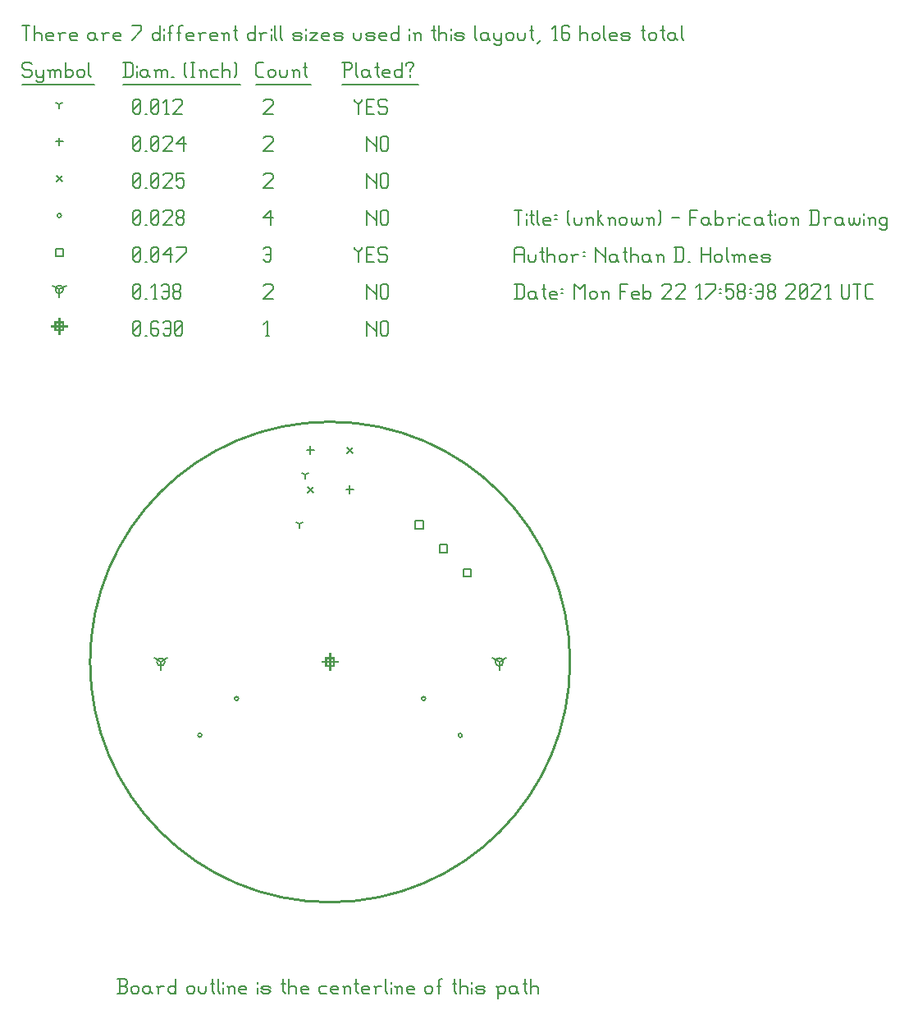
<source format=gbr>
G04 start of page 13 for group -3984 idx -3984 *
G04 Title: (unknown), fab *
G04 Creator: pcb 4.0.2 *
G04 CreationDate: Mon Feb 22 17:58:38 2021 UTC *
G04 For: ndholmes *
G04 Format: Gerber/RS-274X *
G04 PCB-Dimensions (mil): 2500.00 2500.00 *
G04 PCB-Coordinate-Origin: lower left *
%MOIN*%
%FSLAX25Y25*%
%LNFAB*%
%ADD68C,0.0100*%
%ADD67C,0.0060*%
%ADD66R,0.0080X0.0080*%
G54D66*X125000Y128200D02*Y121800D01*
X121800Y125000D02*X128200D01*
X123400Y126600D02*X126600D01*
X123400D02*Y123400D01*
X126600D01*
Y126600D02*Y123400D01*
X15000Y264450D02*Y258050D01*
X11800Y261250D02*X18200D01*
X13400Y262850D02*X16600D01*
X13400D02*Y259650D01*
X16600D01*
Y262850D02*Y259650D01*
G54D67*X140000Y263500D02*Y257500D01*
Y263500D02*Y262750D01*
X143750Y259000D01*
Y263500D02*Y257500D01*
X145550Y262750D02*Y258250D01*
Y262750D02*X146300Y263500D01*
X147800D01*
X148550Y262750D01*
Y258250D01*
X147800Y257500D02*X148550Y258250D01*
X146300Y257500D02*X147800D01*
X145550Y258250D02*X146300Y257500D01*
X98750D02*X100250D01*
X99500Y263500D02*Y257500D01*
X98000Y262000D02*X99500Y263500D01*
X45000Y258250D02*X45750Y257500D01*
X45000Y262750D02*Y258250D01*
Y262750D02*X45750Y263500D01*
X47250D01*
X48000Y262750D01*
Y258250D01*
X47250Y257500D02*X48000Y258250D01*
X45750Y257500D02*X47250D01*
X45000Y259000D02*X48000Y262000D01*
X49800Y257500D02*X50550D01*
X54600Y263500D02*X55350Y262750D01*
X53100Y263500D02*X54600D01*
X52350Y262750D02*X53100Y263500D01*
X52350Y262750D02*Y258250D01*
X53100Y257500D01*
X54600Y260500D02*X55350Y259750D01*
X52350Y260500D02*X54600D01*
X53100Y257500D02*X54600D01*
X55350Y258250D01*
Y259750D02*Y258250D01*
X57150Y262750D02*X57900Y263500D01*
X59400D01*
X60150Y262750D01*
Y258250D01*
X59400Y257500D02*X60150Y258250D01*
X57900Y257500D02*X59400D01*
X57150Y258250D02*X57900Y257500D01*
Y260500D02*X60150D01*
X61950Y258250D02*X62700Y257500D01*
X61950Y262750D02*Y258250D01*
Y262750D02*X62700Y263500D01*
X64200D01*
X64950Y262750D01*
Y258250D01*
X64200Y257500D02*X64950Y258250D01*
X62700Y257500D02*X64200D01*
X61950Y259000D02*X64950Y262000D01*
X193750Y125000D02*Y121800D01*
Y125000D02*X196523Y126600D01*
X193750Y125000D02*X190977Y126600D01*
X192150Y125000D02*G75*G03X195350Y125000I1600J0D01*G01*
G75*G03X192150Y125000I-1600J0D01*G01*
X56250D02*Y121800D01*
Y125000D02*X59023Y126600D01*
X56250Y125000D02*X53477Y126600D01*
X54650Y125000D02*G75*G03X57850Y125000I1600J0D01*G01*
G75*G03X54650Y125000I-1600J0D01*G01*
X15000Y276250D02*Y273050D01*
Y276250D02*X17773Y277850D01*
X15000Y276250D02*X12227Y277850D01*
X13400Y276250D02*G75*G03X16600Y276250I1600J0D01*G01*
G75*G03X13400Y276250I-1600J0D01*G01*
X140000Y278500D02*Y272500D01*
Y278500D02*Y277750D01*
X143750Y274000D01*
Y278500D02*Y272500D01*
X145550Y277750D02*Y273250D01*
Y277750D02*X146300Y278500D01*
X147800D01*
X148550Y277750D01*
Y273250D01*
X147800Y272500D02*X148550Y273250D01*
X146300Y272500D02*X147800D01*
X145550Y273250D02*X146300Y272500D01*
X98000Y277750D02*X98750Y278500D01*
X101000D01*
X101750Y277750D01*
Y276250D01*
X98000Y272500D02*X101750Y276250D01*
X98000Y272500D02*X101750D01*
X45000Y273250D02*X45750Y272500D01*
X45000Y277750D02*Y273250D01*
Y277750D02*X45750Y278500D01*
X47250D01*
X48000Y277750D01*
Y273250D01*
X47250Y272500D02*X48000Y273250D01*
X45750Y272500D02*X47250D01*
X45000Y274000D02*X48000Y277000D01*
X49800Y272500D02*X50550D01*
X53100D02*X54600D01*
X53850Y278500D02*Y272500D01*
X52350Y277000D02*X53850Y278500D01*
X56400Y277750D02*X57150Y278500D01*
X58650D01*
X59400Y277750D01*
Y273250D01*
X58650Y272500D02*X59400Y273250D01*
X57150Y272500D02*X58650D01*
X56400Y273250D02*X57150Y272500D01*
Y275500D02*X59400D01*
X61200Y273250D02*X61950Y272500D01*
X61200Y274750D02*Y273250D01*
Y274750D02*X61950Y275500D01*
X63450D01*
X64200Y274750D01*
Y273250D01*
X63450Y272500D02*X64200Y273250D01*
X61950Y272500D02*X63450D01*
X61200Y276250D02*X61950Y275500D01*
X61200Y277750D02*Y276250D01*
Y277750D02*X61950Y278500D01*
X63450D01*
X64200Y277750D01*
Y276250D01*
X63450Y275500D02*X64200Y276250D01*
X179144Y162856D02*X182344D01*
X179144D02*Y159656D01*
X182344D01*
Y162856D02*Y159656D01*
X169400Y172600D02*X172600D01*
X169400D02*Y169400D01*
X172600D01*
Y172600D02*Y169400D01*
X159657Y182343D02*X162857D01*
X159657D02*Y179143D01*
X162857D01*
Y182343D02*Y179143D01*
X13400Y292850D02*X16600D01*
X13400D02*Y289650D01*
X16600D01*
Y292850D02*Y289650D01*
X135000Y293500D02*Y292750D01*
X136500Y291250D01*
X138000Y292750D01*
Y293500D02*Y292750D01*
X136500Y291250D02*Y287500D01*
X139800Y290500D02*X142050D01*
X139800Y287500D02*X142800D01*
X139800Y293500D02*Y287500D01*
Y293500D02*X142800D01*
X147600D02*X148350Y292750D01*
X145350Y293500D02*X147600D01*
X144600Y292750D02*X145350Y293500D01*
X144600Y292750D02*Y291250D01*
X145350Y290500D01*
X147600D01*
X148350Y289750D01*
Y288250D01*
X147600Y287500D02*X148350Y288250D01*
X145350Y287500D02*X147600D01*
X144600Y288250D02*X145350Y287500D01*
X98000Y292750D02*X98750Y293500D01*
X100250D01*
X101000Y292750D01*
Y288250D01*
X100250Y287500D02*X101000Y288250D01*
X98750Y287500D02*X100250D01*
X98000Y288250D02*X98750Y287500D01*
Y290500D02*X101000D01*
X45000Y288250D02*X45750Y287500D01*
X45000Y292750D02*Y288250D01*
Y292750D02*X45750Y293500D01*
X47250D01*
X48000Y292750D01*
Y288250D01*
X47250Y287500D02*X48000Y288250D01*
X45750Y287500D02*X47250D01*
X45000Y289000D02*X48000Y292000D01*
X49800Y287500D02*X50550D01*
X52350Y288250D02*X53100Y287500D01*
X52350Y292750D02*Y288250D01*
Y292750D02*X53100Y293500D01*
X54600D01*
X55350Y292750D01*
Y288250D01*
X54600Y287500D02*X55350Y288250D01*
X53100Y287500D02*X54600D01*
X52350Y289000D02*X55350Y292000D01*
X57150Y290500D02*X60150Y293500D01*
X57150Y290500D02*X60900D01*
X60150Y293500D02*Y287500D01*
X62700D02*X66450Y291250D01*
Y293500D02*Y291250D01*
X62700Y293500D02*X66450D01*
X71281Y95254D02*G75*G03X72881Y95254I800J0D01*G01*
G75*G03X71281Y95254I-800J0D01*G01*
X86203Y110175D02*G75*G03X87803Y110175I800J0D01*G01*
G75*G03X86203Y110175I-800J0D01*G01*
X162197D02*G75*G03X163797Y110175I800J0D01*G01*
G75*G03X162197Y110175I-800J0D01*G01*
X177119Y95254D02*G75*G03X178719Y95254I800J0D01*G01*
G75*G03X177119Y95254I-800J0D01*G01*
X14200Y306250D02*G75*G03X15800Y306250I800J0D01*G01*
G75*G03X14200Y306250I-800J0D01*G01*
X140000Y308500D02*Y302500D01*
Y308500D02*Y307750D01*
X143750Y304000D01*
Y308500D02*Y302500D01*
X145550Y307750D02*Y303250D01*
Y307750D02*X146300Y308500D01*
X147800D01*
X148550Y307750D01*
Y303250D01*
X147800Y302500D02*X148550Y303250D01*
X146300Y302500D02*X147800D01*
X145550Y303250D02*X146300Y302500D01*
X98000Y305500D02*X101000Y308500D01*
X98000Y305500D02*X101750D01*
X101000Y308500D02*Y302500D01*
X45000Y303250D02*X45750Y302500D01*
X45000Y307750D02*Y303250D01*
Y307750D02*X45750Y308500D01*
X47250D01*
X48000Y307750D01*
Y303250D01*
X47250Y302500D02*X48000Y303250D01*
X45750Y302500D02*X47250D01*
X45000Y304000D02*X48000Y307000D01*
X49800Y302500D02*X50550D01*
X52350Y303250D02*X53100Y302500D01*
X52350Y307750D02*Y303250D01*
Y307750D02*X53100Y308500D01*
X54600D01*
X55350Y307750D01*
Y303250D01*
X54600Y302500D02*X55350Y303250D01*
X53100Y302500D02*X54600D01*
X52350Y304000D02*X55350Y307000D01*
X57150Y307750D02*X57900Y308500D01*
X60150D01*
X60900Y307750D01*
Y306250D01*
X57150Y302500D02*X60900Y306250D01*
X57150Y302500D02*X60900D01*
X62700Y303250D02*X63450Y302500D01*
X62700Y304750D02*Y303250D01*
Y304750D02*X63450Y305500D01*
X64950D01*
X65700Y304750D01*
Y303250D01*
X64950Y302500D02*X65700Y303250D01*
X63450Y302500D02*X64950D01*
X62700Y306250D02*X63450Y305500D01*
X62700Y307750D02*Y306250D01*
Y307750D02*X63450Y308500D01*
X64950D01*
X65700Y307750D01*
Y306250D01*
X64950Y305500D02*X65700Y306250D01*
X131800Y212200D02*X134200Y209800D01*
X131800D02*X134200Y212200D01*
X115800Y196200D02*X118200Y193800D01*
X115800D02*X118200Y196200D01*
X13800Y322450D02*X16200Y320050D01*
X13800D02*X16200Y322450D01*
X140000Y323500D02*Y317500D01*
Y323500D02*Y322750D01*
X143750Y319000D01*
Y323500D02*Y317500D01*
X145550Y322750D02*Y318250D01*
Y322750D02*X146300Y323500D01*
X147800D01*
X148550Y322750D01*
Y318250D01*
X147800Y317500D02*X148550Y318250D01*
X146300Y317500D02*X147800D01*
X145550Y318250D02*X146300Y317500D01*
X98000Y322750D02*X98750Y323500D01*
X101000D01*
X101750Y322750D01*
Y321250D01*
X98000Y317500D02*X101750Y321250D01*
X98000Y317500D02*X101750D01*
X45000Y318250D02*X45750Y317500D01*
X45000Y322750D02*Y318250D01*
Y322750D02*X45750Y323500D01*
X47250D01*
X48000Y322750D01*
Y318250D01*
X47250Y317500D02*X48000Y318250D01*
X45750Y317500D02*X47250D01*
X45000Y319000D02*X48000Y322000D01*
X49800Y317500D02*X50550D01*
X52350Y318250D02*X53100Y317500D01*
X52350Y322750D02*Y318250D01*
Y322750D02*X53100Y323500D01*
X54600D01*
X55350Y322750D01*
Y318250D01*
X54600Y317500D02*X55350Y318250D01*
X53100Y317500D02*X54600D01*
X52350Y319000D02*X55350Y322000D01*
X57150Y322750D02*X57900Y323500D01*
X60150D01*
X60900Y322750D01*
Y321250D01*
X57150Y317500D02*X60900Y321250D01*
X57150Y317500D02*X60900D01*
X62700Y323500D02*X65700D01*
X62700D02*Y320500D01*
X63450Y321250D01*
X64950D01*
X65700Y320500D01*
Y318250D01*
X64950Y317500D02*X65700Y318250D01*
X63450Y317500D02*X64950D01*
X62700Y318250D02*X63450Y317500D01*
X133000Y196600D02*Y193400D01*
X131400Y195000D02*X134600D01*
X117000Y212600D02*Y209400D01*
X115400Y211000D02*X118600D01*
X15000Y337850D02*Y334650D01*
X13400Y336250D02*X16600D01*
X140000Y338500D02*Y332500D01*
Y338500D02*Y337750D01*
X143750Y334000D01*
Y338500D02*Y332500D01*
X145550Y337750D02*Y333250D01*
Y337750D02*X146300Y338500D01*
X147800D01*
X148550Y337750D01*
Y333250D01*
X147800Y332500D02*X148550Y333250D01*
X146300Y332500D02*X147800D01*
X145550Y333250D02*X146300Y332500D01*
X98000Y337750D02*X98750Y338500D01*
X101000D01*
X101750Y337750D01*
Y336250D01*
X98000Y332500D02*X101750Y336250D01*
X98000Y332500D02*X101750D01*
X45000Y333250D02*X45750Y332500D01*
X45000Y337750D02*Y333250D01*
Y337750D02*X45750Y338500D01*
X47250D01*
X48000Y337750D01*
Y333250D01*
X47250Y332500D02*X48000Y333250D01*
X45750Y332500D02*X47250D01*
X45000Y334000D02*X48000Y337000D01*
X49800Y332500D02*X50550D01*
X52350Y333250D02*X53100Y332500D01*
X52350Y337750D02*Y333250D01*
Y337750D02*X53100Y338500D01*
X54600D01*
X55350Y337750D01*
Y333250D01*
X54600Y332500D02*X55350Y333250D01*
X53100Y332500D02*X54600D01*
X52350Y334000D02*X55350Y337000D01*
X57150Y337750D02*X57900Y338500D01*
X60150D01*
X60900Y337750D01*
Y336250D01*
X57150Y332500D02*X60900Y336250D01*
X57150Y332500D02*X60900D01*
X62700Y335500D02*X65700Y338500D01*
X62700Y335500D02*X66450D01*
X65700Y338500D02*Y332500D01*
X112500Y181000D02*Y179400D01*
Y181000D02*X113887Y181800D01*
X112500Y181000D02*X111113Y181800D01*
X115000Y201000D02*Y199400D01*
Y201000D02*X116387Y201800D01*
X115000Y201000D02*X113613Y201800D01*
X15000Y351250D02*Y349650D01*
Y351250D02*X16387Y352050D01*
X15000Y351250D02*X13613Y352050D01*
X135000Y353500D02*Y352750D01*
X136500Y351250D01*
X138000Y352750D01*
Y353500D02*Y352750D01*
X136500Y351250D02*Y347500D01*
X139800Y350500D02*X142050D01*
X139800Y347500D02*X142800D01*
X139800Y353500D02*Y347500D01*
Y353500D02*X142800D01*
X147600D02*X148350Y352750D01*
X145350Y353500D02*X147600D01*
X144600Y352750D02*X145350Y353500D01*
X144600Y352750D02*Y351250D01*
X145350Y350500D01*
X147600D01*
X148350Y349750D01*
Y348250D01*
X147600Y347500D02*X148350Y348250D01*
X145350Y347500D02*X147600D01*
X144600Y348250D02*X145350Y347500D01*
X98000Y352750D02*X98750Y353500D01*
X101000D01*
X101750Y352750D01*
Y351250D01*
X98000Y347500D02*X101750Y351250D01*
X98000Y347500D02*X101750D01*
X45000Y348250D02*X45750Y347500D01*
X45000Y352750D02*Y348250D01*
Y352750D02*X45750Y353500D01*
X47250D01*
X48000Y352750D01*
Y348250D01*
X47250Y347500D02*X48000Y348250D01*
X45750Y347500D02*X47250D01*
X45000Y349000D02*X48000Y352000D01*
X49800Y347500D02*X50550D01*
X52350Y348250D02*X53100Y347500D01*
X52350Y352750D02*Y348250D01*
Y352750D02*X53100Y353500D01*
X54600D01*
X55350Y352750D01*
Y348250D01*
X54600Y347500D02*X55350Y348250D01*
X53100Y347500D02*X54600D01*
X52350Y349000D02*X55350Y352000D01*
X57900Y347500D02*X59400D01*
X58650Y353500D02*Y347500D01*
X57150Y352000D02*X58650Y353500D01*
X61200Y352750D02*X61950Y353500D01*
X64200D01*
X64950Y352750D01*
Y351250D01*
X61200Y347500D02*X64950Y351250D01*
X61200Y347500D02*X64950D01*
X3000Y368500D02*X3750Y367750D01*
X750Y368500D02*X3000D01*
X0Y367750D02*X750Y368500D01*
X0Y367750D02*Y366250D01*
X750Y365500D01*
X3000D01*
X3750Y364750D01*
Y363250D01*
X3000Y362500D02*X3750Y363250D01*
X750Y362500D02*X3000D01*
X0Y363250D02*X750Y362500D01*
X5550Y365500D02*Y363250D01*
X6300Y362500D01*
X8550Y365500D02*Y361000D01*
X7800Y360250D02*X8550Y361000D01*
X6300Y360250D02*X7800D01*
X5550Y361000D02*X6300Y360250D01*
Y362500D02*X7800D01*
X8550Y363250D01*
X11100Y364750D02*Y362500D01*
Y364750D02*X11850Y365500D01*
X12600D01*
X13350Y364750D01*
Y362500D01*
Y364750D02*X14100Y365500D01*
X14850D01*
X15600Y364750D01*
Y362500D01*
X10350Y365500D02*X11100Y364750D01*
X17400Y368500D02*Y362500D01*
Y363250D02*X18150Y362500D01*
X19650D01*
X20400Y363250D01*
Y364750D02*Y363250D01*
X19650Y365500D02*X20400Y364750D01*
X18150Y365500D02*X19650D01*
X17400Y364750D02*X18150Y365500D01*
X22200Y364750D02*Y363250D01*
Y364750D02*X22950Y365500D01*
X24450D01*
X25200Y364750D01*
Y363250D01*
X24450Y362500D02*X25200Y363250D01*
X22950Y362500D02*X24450D01*
X22200Y363250D02*X22950Y362500D01*
X27000Y368500D02*Y363250D01*
X27750Y362500D01*
X0Y359250D02*X29250D01*
X41750Y368500D02*Y362500D01*
X44000Y368500D02*X44750Y367750D01*
Y363250D01*
X44000Y362500D02*X44750Y363250D01*
X41000Y362500D02*X44000D01*
X41000Y368500D02*X44000D01*
X46550Y367000D02*Y366250D01*
Y364750D02*Y362500D01*
X50300Y365500D02*X51050Y364750D01*
X48800Y365500D02*X50300D01*
X48050Y364750D02*X48800Y365500D01*
X48050Y364750D02*Y363250D01*
X48800Y362500D01*
X51050Y365500D02*Y363250D01*
X51800Y362500D01*
X48800D02*X50300D01*
X51050Y363250D01*
X54350Y364750D02*Y362500D01*
Y364750D02*X55100Y365500D01*
X55850D01*
X56600Y364750D01*
Y362500D01*
Y364750D02*X57350Y365500D01*
X58100D01*
X58850Y364750D01*
Y362500D01*
X53600Y365500D02*X54350Y364750D01*
X60650Y362500D02*X61400D01*
X65900Y363250D02*X66650Y362500D01*
X65900Y367750D02*X66650Y368500D01*
X65900Y367750D02*Y363250D01*
X68450Y368500D02*X69950D01*
X69200D02*Y362500D01*
X68450D02*X69950D01*
X72500Y364750D02*Y362500D01*
Y364750D02*X73250Y365500D01*
X74000D01*
X74750Y364750D01*
Y362500D01*
X71750Y365500D02*X72500Y364750D01*
X77300Y365500D02*X79550D01*
X76550Y364750D02*X77300Y365500D01*
X76550Y364750D02*Y363250D01*
X77300Y362500D01*
X79550D01*
X81350Y368500D02*Y362500D01*
Y364750D02*X82100Y365500D01*
X83600D01*
X84350Y364750D01*
Y362500D01*
X86150Y368500D02*X86900Y367750D01*
Y363250D01*
X86150Y362500D02*X86900Y363250D01*
X41000Y359250D02*X88700D01*
X95750Y362500D02*X98000D01*
X95000Y363250D02*X95750Y362500D01*
X95000Y367750D02*Y363250D01*
Y367750D02*X95750Y368500D01*
X98000D01*
X99800Y364750D02*Y363250D01*
Y364750D02*X100550Y365500D01*
X102050D01*
X102800Y364750D01*
Y363250D01*
X102050Y362500D02*X102800Y363250D01*
X100550Y362500D02*X102050D01*
X99800Y363250D02*X100550Y362500D01*
X104600Y365500D02*Y363250D01*
X105350Y362500D01*
X106850D01*
X107600Y363250D01*
Y365500D02*Y363250D01*
X110150Y364750D02*Y362500D01*
Y364750D02*X110900Y365500D01*
X111650D01*
X112400Y364750D01*
Y362500D01*
X109400Y365500D02*X110150Y364750D01*
X114950Y368500D02*Y363250D01*
X115700Y362500D01*
X114200Y366250D02*X115700D01*
X95000Y359250D02*X117200D01*
X130750Y368500D02*Y362500D01*
X130000Y368500D02*X133000D01*
X133750Y367750D01*
Y366250D01*
X133000Y365500D02*X133750Y366250D01*
X130750Y365500D02*X133000D01*
X135550Y368500D02*Y363250D01*
X136300Y362500D01*
X140050Y365500D02*X140800Y364750D01*
X138550Y365500D02*X140050D01*
X137800Y364750D02*X138550Y365500D01*
X137800Y364750D02*Y363250D01*
X138550Y362500D01*
X140800Y365500D02*Y363250D01*
X141550Y362500D01*
X138550D02*X140050D01*
X140800Y363250D01*
X144100Y368500D02*Y363250D01*
X144850Y362500D01*
X143350Y366250D02*X144850D01*
X147100Y362500D02*X149350D01*
X146350Y363250D02*X147100Y362500D01*
X146350Y364750D02*Y363250D01*
Y364750D02*X147100Y365500D01*
X148600D01*
X149350Y364750D01*
X146350Y364000D02*X149350D01*
Y364750D02*Y364000D01*
X154150Y368500D02*Y362500D01*
X153400D02*X154150Y363250D01*
X151900Y362500D02*X153400D01*
X151150Y363250D02*X151900Y362500D01*
X151150Y364750D02*Y363250D01*
Y364750D02*X151900Y365500D01*
X153400D01*
X154150Y364750D01*
X157450Y365500D02*Y364750D01*
Y363250D02*Y362500D01*
X155950Y367750D02*Y367000D01*
Y367750D02*X156700Y368500D01*
X158200D01*
X158950Y367750D01*
Y367000D01*
X157450Y365500D02*X158950Y367000D01*
X130000Y359250D02*X160750D01*
X0Y383500D02*X3000D01*
X1500D02*Y377500D01*
X4800Y383500D02*Y377500D01*
Y379750D02*X5550Y380500D01*
X7050D01*
X7800Y379750D01*
Y377500D01*
X10350D02*X12600D01*
X9600Y378250D02*X10350Y377500D01*
X9600Y379750D02*Y378250D01*
Y379750D02*X10350Y380500D01*
X11850D01*
X12600Y379750D01*
X9600Y379000D02*X12600D01*
Y379750D02*Y379000D01*
X15150Y379750D02*Y377500D01*
Y379750D02*X15900Y380500D01*
X17400D01*
X14400D02*X15150Y379750D01*
X19950Y377500D02*X22200D01*
X19200Y378250D02*X19950Y377500D01*
X19200Y379750D02*Y378250D01*
Y379750D02*X19950Y380500D01*
X21450D01*
X22200Y379750D01*
X19200Y379000D02*X22200D01*
Y379750D02*Y379000D01*
X28950Y380500D02*X29700Y379750D01*
X27450Y380500D02*X28950D01*
X26700Y379750D02*X27450Y380500D01*
X26700Y379750D02*Y378250D01*
X27450Y377500D01*
X29700Y380500D02*Y378250D01*
X30450Y377500D01*
X27450D02*X28950D01*
X29700Y378250D01*
X33000Y379750D02*Y377500D01*
Y379750D02*X33750Y380500D01*
X35250D01*
X32250D02*X33000Y379750D01*
X37800Y377500D02*X40050D01*
X37050Y378250D02*X37800Y377500D01*
X37050Y379750D02*Y378250D01*
Y379750D02*X37800Y380500D01*
X39300D01*
X40050Y379750D01*
X37050Y379000D02*X40050D01*
Y379750D02*Y379000D01*
X44550Y377500D02*X48300Y381250D01*
Y383500D02*Y381250D01*
X44550Y383500D02*X48300D01*
X55800D02*Y377500D01*
X55050D02*X55800Y378250D01*
X53550Y377500D02*X55050D01*
X52800Y378250D02*X53550Y377500D01*
X52800Y379750D02*Y378250D01*
Y379750D02*X53550Y380500D01*
X55050D01*
X55800Y379750D01*
X57600Y382000D02*Y381250D01*
Y379750D02*Y377500D01*
X59850Y382750D02*Y377500D01*
Y382750D02*X60600Y383500D01*
X61350D01*
X59100Y380500D02*X60600D01*
X63600Y382750D02*Y377500D01*
Y382750D02*X64350Y383500D01*
X65100D01*
X62850Y380500D02*X64350D01*
X67350Y377500D02*X69600D01*
X66600Y378250D02*X67350Y377500D01*
X66600Y379750D02*Y378250D01*
Y379750D02*X67350Y380500D01*
X68850D01*
X69600Y379750D01*
X66600Y379000D02*X69600D01*
Y379750D02*Y379000D01*
X72150Y379750D02*Y377500D01*
Y379750D02*X72900Y380500D01*
X74400D01*
X71400D02*X72150Y379750D01*
X76950Y377500D02*X79200D01*
X76200Y378250D02*X76950Y377500D01*
X76200Y379750D02*Y378250D01*
Y379750D02*X76950Y380500D01*
X78450D01*
X79200Y379750D01*
X76200Y379000D02*X79200D01*
Y379750D02*Y379000D01*
X81750Y379750D02*Y377500D01*
Y379750D02*X82500Y380500D01*
X83250D01*
X84000Y379750D01*
Y377500D01*
X81000Y380500D02*X81750Y379750D01*
X86550Y383500D02*Y378250D01*
X87300Y377500D01*
X85800Y381250D02*X87300D01*
X94500Y383500D02*Y377500D01*
X93750D02*X94500Y378250D01*
X92250Y377500D02*X93750D01*
X91500Y378250D02*X92250Y377500D01*
X91500Y379750D02*Y378250D01*
Y379750D02*X92250Y380500D01*
X93750D01*
X94500Y379750D01*
X97050D02*Y377500D01*
Y379750D02*X97800Y380500D01*
X99300D01*
X96300D02*X97050Y379750D01*
X101100Y382000D02*Y381250D01*
Y379750D02*Y377500D01*
X102600Y383500D02*Y378250D01*
X103350Y377500D01*
X104850Y383500D02*Y378250D01*
X105600Y377500D01*
X110550D02*X112800D01*
X113550Y378250D01*
X112800Y379000D02*X113550Y378250D01*
X110550Y379000D02*X112800D01*
X109800Y379750D02*X110550Y379000D01*
X109800Y379750D02*X110550Y380500D01*
X112800D01*
X113550Y379750D01*
X109800Y378250D02*X110550Y377500D01*
X115350Y382000D02*Y381250D01*
Y379750D02*Y377500D01*
X116850Y380500D02*X119850D01*
X116850Y377500D02*X119850Y380500D01*
X116850Y377500D02*X119850D01*
X122400D02*X124650D01*
X121650Y378250D02*X122400Y377500D01*
X121650Y379750D02*Y378250D01*
Y379750D02*X122400Y380500D01*
X123900D01*
X124650Y379750D01*
X121650Y379000D02*X124650D01*
Y379750D02*Y379000D01*
X127200Y377500D02*X129450D01*
X130200Y378250D01*
X129450Y379000D02*X130200Y378250D01*
X127200Y379000D02*X129450D01*
X126450Y379750D02*X127200Y379000D01*
X126450Y379750D02*X127200Y380500D01*
X129450D01*
X130200Y379750D01*
X126450Y378250D02*X127200Y377500D01*
X134700Y380500D02*Y378250D01*
X135450Y377500D01*
X136950D01*
X137700Y378250D01*
Y380500D02*Y378250D01*
X140250Y377500D02*X142500D01*
X143250Y378250D01*
X142500Y379000D02*X143250Y378250D01*
X140250Y379000D02*X142500D01*
X139500Y379750D02*X140250Y379000D01*
X139500Y379750D02*X140250Y380500D01*
X142500D01*
X143250Y379750D01*
X139500Y378250D02*X140250Y377500D01*
X145800D02*X148050D01*
X145050Y378250D02*X145800Y377500D01*
X145050Y379750D02*Y378250D01*
Y379750D02*X145800Y380500D01*
X147300D01*
X148050Y379750D01*
X145050Y379000D02*X148050D01*
Y379750D02*Y379000D01*
X152850Y383500D02*Y377500D01*
X152100D02*X152850Y378250D01*
X150600Y377500D02*X152100D01*
X149850Y378250D02*X150600Y377500D01*
X149850Y379750D02*Y378250D01*
Y379750D02*X150600Y380500D01*
X152100D01*
X152850Y379750D01*
X157350Y382000D02*Y381250D01*
Y379750D02*Y377500D01*
X159600Y379750D02*Y377500D01*
Y379750D02*X160350Y380500D01*
X161100D01*
X161850Y379750D01*
Y377500D01*
X158850Y380500D02*X159600Y379750D01*
X167100Y383500D02*Y378250D01*
X167850Y377500D01*
X166350Y381250D02*X167850D01*
X169350Y383500D02*Y377500D01*
Y379750D02*X170100Y380500D01*
X171600D01*
X172350Y379750D01*
Y377500D01*
X174150Y382000D02*Y381250D01*
Y379750D02*Y377500D01*
X176400D02*X178650D01*
X179400Y378250D01*
X178650Y379000D02*X179400Y378250D01*
X176400Y379000D02*X178650D01*
X175650Y379750D02*X176400Y379000D01*
X175650Y379750D02*X176400Y380500D01*
X178650D01*
X179400Y379750D01*
X175650Y378250D02*X176400Y377500D01*
X183900Y383500D02*Y378250D01*
X184650Y377500D01*
X188400Y380500D02*X189150Y379750D01*
X186900Y380500D02*X188400D01*
X186150Y379750D02*X186900Y380500D01*
X186150Y379750D02*Y378250D01*
X186900Y377500D01*
X189150Y380500D02*Y378250D01*
X189900Y377500D01*
X186900D02*X188400D01*
X189150Y378250D01*
X191700Y380500D02*Y378250D01*
X192450Y377500D01*
X194700Y380500D02*Y376000D01*
X193950Y375250D02*X194700Y376000D01*
X192450Y375250D02*X193950D01*
X191700Y376000D02*X192450Y375250D01*
Y377500D02*X193950D01*
X194700Y378250D01*
X196500Y379750D02*Y378250D01*
Y379750D02*X197250Y380500D01*
X198750D01*
X199500Y379750D01*
Y378250D01*
X198750Y377500D02*X199500Y378250D01*
X197250Y377500D02*X198750D01*
X196500Y378250D02*X197250Y377500D01*
X201300Y380500D02*Y378250D01*
X202050Y377500D01*
X203550D01*
X204300Y378250D01*
Y380500D02*Y378250D01*
X206850Y383500D02*Y378250D01*
X207600Y377500D01*
X206100Y381250D02*X207600D01*
X209100Y376000D02*X210600Y377500D01*
X215850D02*X217350D01*
X216600Y383500D02*Y377500D01*
X215100Y382000D02*X216600Y383500D01*
X221400D02*X222150Y382750D01*
X219900Y383500D02*X221400D01*
X219150Y382750D02*X219900Y383500D01*
X219150Y382750D02*Y378250D01*
X219900Y377500D01*
X221400Y380500D02*X222150Y379750D01*
X219150Y380500D02*X221400D01*
X219900Y377500D02*X221400D01*
X222150Y378250D01*
Y379750D02*Y378250D01*
X226650Y383500D02*Y377500D01*
Y379750D02*X227400Y380500D01*
X228900D01*
X229650Y379750D01*
Y377500D01*
X231450Y379750D02*Y378250D01*
Y379750D02*X232200Y380500D01*
X233700D01*
X234450Y379750D01*
Y378250D01*
X233700Y377500D02*X234450Y378250D01*
X232200Y377500D02*X233700D01*
X231450Y378250D02*X232200Y377500D01*
X236250Y383500D02*Y378250D01*
X237000Y377500D01*
X239250D02*X241500D01*
X238500Y378250D02*X239250Y377500D01*
X238500Y379750D02*Y378250D01*
Y379750D02*X239250Y380500D01*
X240750D01*
X241500Y379750D01*
X238500Y379000D02*X241500D01*
Y379750D02*Y379000D01*
X244050Y377500D02*X246300D01*
X247050Y378250D01*
X246300Y379000D02*X247050Y378250D01*
X244050Y379000D02*X246300D01*
X243300Y379750D02*X244050Y379000D01*
X243300Y379750D02*X244050Y380500D01*
X246300D01*
X247050Y379750D01*
X243300Y378250D02*X244050Y377500D01*
X252300Y383500D02*Y378250D01*
X253050Y377500D01*
X251550Y381250D02*X253050D01*
X254550Y379750D02*Y378250D01*
Y379750D02*X255300Y380500D01*
X256800D01*
X257550Y379750D01*
Y378250D01*
X256800Y377500D02*X257550Y378250D01*
X255300Y377500D02*X256800D01*
X254550Y378250D02*X255300Y377500D01*
X260100Y383500D02*Y378250D01*
X260850Y377500D01*
X259350Y381250D02*X260850D01*
X264600Y380500D02*X265350Y379750D01*
X263100Y380500D02*X264600D01*
X262350Y379750D02*X263100Y380500D01*
X262350Y379750D02*Y378250D01*
X263100Y377500D01*
X265350Y380500D02*Y378250D01*
X266100Y377500D01*
X263100D02*X264600D01*
X265350Y378250D01*
X267900Y383500D02*Y378250D01*
X268650Y377500D01*
G54D68*X27500Y125000D02*G75*G03X27500Y125000I97500J0D01*G01*
G54D67*X38675Y-9500D02*X41675D01*
X42425Y-8750D01*
Y-7250D02*Y-8750D01*
X41675Y-6500D02*X42425Y-7250D01*
X39425Y-6500D02*X41675D01*
X39425Y-3500D02*Y-9500D01*
X38675Y-3500D02*X41675D01*
X42425Y-4250D01*
Y-5750D01*
X41675Y-6500D02*X42425Y-5750D01*
X44225Y-7250D02*Y-8750D01*
Y-7250D02*X44975Y-6500D01*
X46475D01*
X47225Y-7250D01*
Y-8750D01*
X46475Y-9500D02*X47225Y-8750D01*
X44975Y-9500D02*X46475D01*
X44225Y-8750D02*X44975Y-9500D01*
X51275Y-6500D02*X52025Y-7250D01*
X49775Y-6500D02*X51275D01*
X49025Y-7250D02*X49775Y-6500D01*
X49025Y-7250D02*Y-8750D01*
X49775Y-9500D01*
X52025Y-6500D02*Y-8750D01*
X52775Y-9500D01*
X49775D02*X51275D01*
X52025Y-8750D01*
X55325Y-7250D02*Y-9500D01*
Y-7250D02*X56075Y-6500D01*
X57575D01*
X54575D02*X55325Y-7250D01*
X62375Y-3500D02*Y-9500D01*
X61625D02*X62375Y-8750D01*
X60125Y-9500D02*X61625D01*
X59375Y-8750D02*X60125Y-9500D01*
X59375Y-7250D02*Y-8750D01*
Y-7250D02*X60125Y-6500D01*
X61625D01*
X62375Y-7250D01*
X66875D02*Y-8750D01*
Y-7250D02*X67625Y-6500D01*
X69125D01*
X69875Y-7250D01*
Y-8750D01*
X69125Y-9500D02*X69875Y-8750D01*
X67625Y-9500D02*X69125D01*
X66875Y-8750D02*X67625Y-9500D01*
X71675Y-6500D02*Y-8750D01*
X72425Y-9500D01*
X73925D01*
X74675Y-8750D01*
Y-6500D02*Y-8750D01*
X77225Y-3500D02*Y-8750D01*
X77975Y-9500D01*
X76475Y-5750D02*X77975D01*
X79475Y-3500D02*Y-8750D01*
X80225Y-9500D01*
X81725Y-5000D02*Y-5750D01*
Y-7250D02*Y-9500D01*
X83975Y-7250D02*Y-9500D01*
Y-7250D02*X84725Y-6500D01*
X85475D01*
X86225Y-7250D01*
Y-9500D01*
X83225Y-6500D02*X83975Y-7250D01*
X88775Y-9500D02*X91025D01*
X88025Y-8750D02*X88775Y-9500D01*
X88025Y-7250D02*Y-8750D01*
Y-7250D02*X88775Y-6500D01*
X90275D01*
X91025Y-7250D01*
X88025Y-8000D02*X91025D01*
Y-7250D02*Y-8000D01*
X95525Y-5000D02*Y-5750D01*
Y-7250D02*Y-9500D01*
X97775D02*X100025D01*
X100775Y-8750D01*
X100025Y-8000D02*X100775Y-8750D01*
X97775Y-8000D02*X100025D01*
X97025Y-7250D02*X97775Y-8000D01*
X97025Y-7250D02*X97775Y-6500D01*
X100025D01*
X100775Y-7250D01*
X97025Y-8750D02*X97775Y-9500D01*
X106025Y-3500D02*Y-8750D01*
X106775Y-9500D01*
X105275Y-5750D02*X106775D01*
X108275Y-3500D02*Y-9500D01*
Y-7250D02*X109025Y-6500D01*
X110525D01*
X111275Y-7250D01*
Y-9500D01*
X113825D02*X116075D01*
X113075Y-8750D02*X113825Y-9500D01*
X113075Y-7250D02*Y-8750D01*
Y-7250D02*X113825Y-6500D01*
X115325D01*
X116075Y-7250D01*
X113075Y-8000D02*X116075D01*
Y-7250D02*Y-8000D01*
X121325Y-6500D02*X123575D01*
X120575Y-7250D02*X121325Y-6500D01*
X120575Y-7250D02*Y-8750D01*
X121325Y-9500D01*
X123575D01*
X126125D02*X128375D01*
X125375Y-8750D02*X126125Y-9500D01*
X125375Y-7250D02*Y-8750D01*
Y-7250D02*X126125Y-6500D01*
X127625D01*
X128375Y-7250D01*
X125375Y-8000D02*X128375D01*
Y-7250D02*Y-8000D01*
X130925Y-7250D02*Y-9500D01*
Y-7250D02*X131675Y-6500D01*
X132425D01*
X133175Y-7250D01*
Y-9500D01*
X130175Y-6500D02*X130925Y-7250D01*
X135725Y-3500D02*Y-8750D01*
X136475Y-9500D01*
X134975Y-5750D02*X136475D01*
X138725Y-9500D02*X140975D01*
X137975Y-8750D02*X138725Y-9500D01*
X137975Y-7250D02*Y-8750D01*
Y-7250D02*X138725Y-6500D01*
X140225D01*
X140975Y-7250D01*
X137975Y-8000D02*X140975D01*
Y-7250D02*Y-8000D01*
X143525Y-7250D02*Y-9500D01*
Y-7250D02*X144275Y-6500D01*
X145775D01*
X142775D02*X143525Y-7250D01*
X147575Y-3500D02*Y-8750D01*
X148325Y-9500D01*
X149825Y-5000D02*Y-5750D01*
Y-7250D02*Y-9500D01*
X152075Y-7250D02*Y-9500D01*
Y-7250D02*X152825Y-6500D01*
X153575D01*
X154325Y-7250D01*
Y-9500D01*
X151325Y-6500D02*X152075Y-7250D01*
X156875Y-9500D02*X159125D01*
X156125Y-8750D02*X156875Y-9500D01*
X156125Y-7250D02*Y-8750D01*
Y-7250D02*X156875Y-6500D01*
X158375D01*
X159125Y-7250D01*
X156125Y-8000D02*X159125D01*
Y-7250D02*Y-8000D01*
X163625Y-7250D02*Y-8750D01*
Y-7250D02*X164375Y-6500D01*
X165875D01*
X166625Y-7250D01*
Y-8750D01*
X165875Y-9500D02*X166625Y-8750D01*
X164375Y-9500D02*X165875D01*
X163625Y-8750D02*X164375Y-9500D01*
X169175Y-4250D02*Y-9500D01*
Y-4250D02*X169925Y-3500D01*
X170675D01*
X168425Y-6500D02*X169925D01*
X175625Y-3500D02*Y-8750D01*
X176375Y-9500D01*
X174875Y-5750D02*X176375D01*
X177875Y-3500D02*Y-9500D01*
Y-7250D02*X178625Y-6500D01*
X180125D01*
X180875Y-7250D01*
Y-9500D01*
X182675Y-5000D02*Y-5750D01*
Y-7250D02*Y-9500D01*
X184925D02*X187175D01*
X187925Y-8750D01*
X187175Y-8000D02*X187925Y-8750D01*
X184925Y-8000D02*X187175D01*
X184175Y-7250D02*X184925Y-8000D01*
X184175Y-7250D02*X184925Y-6500D01*
X187175D01*
X187925Y-7250D01*
X184175Y-8750D02*X184925Y-9500D01*
X193175Y-7250D02*Y-11750D01*
X192425Y-6500D02*X193175Y-7250D01*
X193925Y-6500D01*
X195425D01*
X196175Y-7250D01*
Y-8750D01*
X195425Y-9500D02*X196175Y-8750D01*
X193925Y-9500D02*X195425D01*
X193175Y-8750D02*X193925Y-9500D01*
X200225Y-6500D02*X200975Y-7250D01*
X198725Y-6500D02*X200225D01*
X197975Y-7250D02*X198725Y-6500D01*
X197975Y-7250D02*Y-8750D01*
X198725Y-9500D01*
X200975Y-6500D02*Y-8750D01*
X201725Y-9500D01*
X198725D02*X200225D01*
X200975Y-8750D01*
X204275Y-3500D02*Y-8750D01*
X205025Y-9500D01*
X203525Y-5750D02*X205025D01*
X206525Y-3500D02*Y-9500D01*
Y-7250D02*X207275Y-6500D01*
X208775D01*
X209525Y-7250D01*
Y-9500D01*
X200750Y278500D02*Y272500D01*
X203000Y278500D02*X203750Y277750D01*
Y273250D01*
X203000Y272500D02*X203750Y273250D01*
X200000Y272500D02*X203000D01*
X200000Y278500D02*X203000D01*
X207800Y275500D02*X208550Y274750D01*
X206300Y275500D02*X207800D01*
X205550Y274750D02*X206300Y275500D01*
X205550Y274750D02*Y273250D01*
X206300Y272500D01*
X208550Y275500D02*Y273250D01*
X209300Y272500D01*
X206300D02*X207800D01*
X208550Y273250D01*
X211850Y278500D02*Y273250D01*
X212600Y272500D01*
X211100Y276250D02*X212600D01*
X214850Y272500D02*X217100D01*
X214100Y273250D02*X214850Y272500D01*
X214100Y274750D02*Y273250D01*
Y274750D02*X214850Y275500D01*
X216350D01*
X217100Y274750D01*
X214100Y274000D02*X217100D01*
Y274750D02*Y274000D01*
X218900Y276250D02*X219650D01*
X218900Y274750D02*X219650D01*
X224150Y278500D02*Y272500D01*
Y278500D02*X226400Y276250D01*
X228650Y278500D01*
Y272500D01*
X230450Y274750D02*Y273250D01*
Y274750D02*X231200Y275500D01*
X232700D01*
X233450Y274750D01*
Y273250D01*
X232700Y272500D02*X233450Y273250D01*
X231200Y272500D02*X232700D01*
X230450Y273250D02*X231200Y272500D01*
X236000Y274750D02*Y272500D01*
Y274750D02*X236750Y275500D01*
X237500D01*
X238250Y274750D01*
Y272500D01*
X235250Y275500D02*X236000Y274750D01*
X242750Y278500D02*Y272500D01*
Y278500D02*X245750D01*
X242750Y275500D02*X245000D01*
X248300Y272500D02*X250550D01*
X247550Y273250D02*X248300Y272500D01*
X247550Y274750D02*Y273250D01*
Y274750D02*X248300Y275500D01*
X249800D01*
X250550Y274750D01*
X247550Y274000D02*X250550D01*
Y274750D02*Y274000D01*
X252350Y278500D02*Y272500D01*
Y273250D02*X253100Y272500D01*
X254600D01*
X255350Y273250D01*
Y274750D02*Y273250D01*
X254600Y275500D02*X255350Y274750D01*
X253100Y275500D02*X254600D01*
X252350Y274750D02*X253100Y275500D01*
X259850Y277750D02*X260600Y278500D01*
X262850D01*
X263600Y277750D01*
Y276250D01*
X259850Y272500D02*X263600Y276250D01*
X259850Y272500D02*X263600D01*
X265400Y277750D02*X266150Y278500D01*
X268400D01*
X269150Y277750D01*
Y276250D01*
X265400Y272500D02*X269150Y276250D01*
X265400Y272500D02*X269150D01*
X274400D02*X275900D01*
X275150Y278500D02*Y272500D01*
X273650Y277000D02*X275150Y278500D01*
X277700Y272500D02*X281450Y276250D01*
Y278500D02*Y276250D01*
X277700Y278500D02*X281450D01*
X283250Y276250D02*X284000D01*
X283250Y274750D02*X284000D01*
X285800Y278500D02*X288800D01*
X285800D02*Y275500D01*
X286550Y276250D01*
X288050D01*
X288800Y275500D01*
Y273250D01*
X288050Y272500D02*X288800Y273250D01*
X286550Y272500D02*X288050D01*
X285800Y273250D02*X286550Y272500D01*
X290600Y273250D02*X291350Y272500D01*
X290600Y274750D02*Y273250D01*
Y274750D02*X291350Y275500D01*
X292850D01*
X293600Y274750D01*
Y273250D01*
X292850Y272500D02*X293600Y273250D01*
X291350Y272500D02*X292850D01*
X290600Y276250D02*X291350Y275500D01*
X290600Y277750D02*Y276250D01*
Y277750D02*X291350Y278500D01*
X292850D01*
X293600Y277750D01*
Y276250D01*
X292850Y275500D02*X293600Y276250D01*
X295400D02*X296150D01*
X295400Y274750D02*X296150D01*
X297950Y277750D02*X298700Y278500D01*
X300200D01*
X300950Y277750D01*
Y273250D01*
X300200Y272500D02*X300950Y273250D01*
X298700Y272500D02*X300200D01*
X297950Y273250D02*X298700Y272500D01*
Y275500D02*X300950D01*
X302750Y273250D02*X303500Y272500D01*
X302750Y274750D02*Y273250D01*
Y274750D02*X303500Y275500D01*
X305000D01*
X305750Y274750D01*
Y273250D01*
X305000Y272500D02*X305750Y273250D01*
X303500Y272500D02*X305000D01*
X302750Y276250D02*X303500Y275500D01*
X302750Y277750D02*Y276250D01*
Y277750D02*X303500Y278500D01*
X305000D01*
X305750Y277750D01*
Y276250D01*
X305000Y275500D02*X305750Y276250D01*
X310250Y277750D02*X311000Y278500D01*
X313250D01*
X314000Y277750D01*
Y276250D01*
X310250Y272500D02*X314000Y276250D01*
X310250Y272500D02*X314000D01*
X315800Y273250D02*X316550Y272500D01*
X315800Y277750D02*Y273250D01*
Y277750D02*X316550Y278500D01*
X318050D01*
X318800Y277750D01*
Y273250D01*
X318050Y272500D02*X318800Y273250D01*
X316550Y272500D02*X318050D01*
X315800Y274000D02*X318800Y277000D01*
X320600Y277750D02*X321350Y278500D01*
X323600D01*
X324350Y277750D01*
Y276250D01*
X320600Y272500D02*X324350Y276250D01*
X320600Y272500D02*X324350D01*
X326900D02*X328400D01*
X327650Y278500D02*Y272500D01*
X326150Y277000D02*X327650Y278500D01*
X332900D02*Y273250D01*
X333650Y272500D01*
X335150D01*
X335900Y273250D01*
Y278500D02*Y273250D01*
X337700Y278500D02*X340700D01*
X339200D02*Y272500D01*
X343250D02*X345500D01*
X342500Y273250D02*X343250Y272500D01*
X342500Y277750D02*Y273250D01*
Y277750D02*X343250Y278500D01*
X345500D01*
X200000Y292750D02*Y287500D01*
Y292750D02*X200750Y293500D01*
X203000D01*
X203750Y292750D01*
Y287500D01*
X200000Y290500D02*X203750D01*
X205550D02*Y288250D01*
X206300Y287500D01*
X207800D01*
X208550Y288250D01*
Y290500D02*Y288250D01*
X211100Y293500D02*Y288250D01*
X211850Y287500D01*
X210350Y291250D02*X211850D01*
X213350Y293500D02*Y287500D01*
Y289750D02*X214100Y290500D01*
X215600D01*
X216350Y289750D01*
Y287500D01*
X218150Y289750D02*Y288250D01*
Y289750D02*X218900Y290500D01*
X220400D01*
X221150Y289750D01*
Y288250D01*
X220400Y287500D02*X221150Y288250D01*
X218900Y287500D02*X220400D01*
X218150Y288250D02*X218900Y287500D01*
X223700Y289750D02*Y287500D01*
Y289750D02*X224450Y290500D01*
X225950D01*
X222950D02*X223700Y289750D01*
X227750Y291250D02*X228500D01*
X227750Y289750D02*X228500D01*
X233000Y293500D02*Y287500D01*
Y293500D02*Y292750D01*
X236750Y289000D01*
Y293500D02*Y287500D01*
X240800Y290500D02*X241550Y289750D01*
X239300Y290500D02*X240800D01*
X238550Y289750D02*X239300Y290500D01*
X238550Y289750D02*Y288250D01*
X239300Y287500D01*
X241550Y290500D02*Y288250D01*
X242300Y287500D01*
X239300D02*X240800D01*
X241550Y288250D01*
X244850Y293500D02*Y288250D01*
X245600Y287500D01*
X244100Y291250D02*X245600D01*
X247100Y293500D02*Y287500D01*
Y289750D02*X247850Y290500D01*
X249350D01*
X250100Y289750D01*
Y287500D01*
X254150Y290500D02*X254900Y289750D01*
X252650Y290500D02*X254150D01*
X251900Y289750D02*X252650Y290500D01*
X251900Y289750D02*Y288250D01*
X252650Y287500D01*
X254900Y290500D02*Y288250D01*
X255650Y287500D01*
X252650D02*X254150D01*
X254900Y288250D01*
X258200Y289750D02*Y287500D01*
Y289750D02*X258950Y290500D01*
X259700D01*
X260450Y289750D01*
Y287500D01*
X257450Y290500D02*X258200Y289750D01*
X265700Y293500D02*Y287500D01*
X267950Y293500D02*X268700Y292750D01*
Y288250D01*
X267950Y287500D02*X268700Y288250D01*
X264950Y287500D02*X267950D01*
X264950Y293500D02*X267950D01*
X270500Y287500D02*X271250D01*
X275750Y293500D02*Y287500D01*
X279500Y293500D02*Y287500D01*
X275750Y290500D02*X279500D01*
X281300Y289750D02*Y288250D01*
Y289750D02*X282050Y290500D01*
X283550D01*
X284300Y289750D01*
Y288250D01*
X283550Y287500D02*X284300Y288250D01*
X282050Y287500D02*X283550D01*
X281300Y288250D02*X282050Y287500D01*
X286100Y293500D02*Y288250D01*
X286850Y287500D01*
X289100Y289750D02*Y287500D01*
Y289750D02*X289850Y290500D01*
X290600D01*
X291350Y289750D01*
Y287500D01*
Y289750D02*X292100Y290500D01*
X292850D01*
X293600Y289750D01*
Y287500D01*
X288350Y290500D02*X289100Y289750D01*
X296150Y287500D02*X298400D01*
X295400Y288250D02*X296150Y287500D01*
X295400Y289750D02*Y288250D01*
Y289750D02*X296150Y290500D01*
X297650D01*
X298400Y289750D01*
X295400Y289000D02*X298400D01*
Y289750D02*Y289000D01*
X300950Y287500D02*X303200D01*
X303950Y288250D01*
X303200Y289000D02*X303950Y288250D01*
X300950Y289000D02*X303200D01*
X300200Y289750D02*X300950Y289000D01*
X300200Y289750D02*X300950Y290500D01*
X303200D01*
X303950Y289750D01*
X300200Y288250D02*X300950Y287500D01*
X200000Y308500D02*X203000D01*
X201500D02*Y302500D01*
X204800Y307000D02*Y306250D01*
Y304750D02*Y302500D01*
X207050Y308500D02*Y303250D01*
X207800Y302500D01*
X206300Y306250D02*X207800D01*
X209300Y308500D02*Y303250D01*
X210050Y302500D01*
X212300D02*X214550D01*
X211550Y303250D02*X212300Y302500D01*
X211550Y304750D02*Y303250D01*
Y304750D02*X212300Y305500D01*
X213800D01*
X214550Y304750D01*
X211550Y304000D02*X214550D01*
Y304750D02*Y304000D01*
X216350Y306250D02*X217100D01*
X216350Y304750D02*X217100D01*
X221600Y303250D02*X222350Y302500D01*
X221600Y307750D02*X222350Y308500D01*
X221600Y307750D02*Y303250D01*
X224150Y305500D02*Y303250D01*
X224900Y302500D01*
X226400D01*
X227150Y303250D01*
Y305500D02*Y303250D01*
X229700Y304750D02*Y302500D01*
Y304750D02*X230450Y305500D01*
X231200D01*
X231950Y304750D01*
Y302500D01*
X228950Y305500D02*X229700Y304750D01*
X233750Y308500D02*Y302500D01*
Y304750D02*X236000Y302500D01*
X233750Y304750D02*X235250Y306250D01*
X238550Y304750D02*Y302500D01*
Y304750D02*X239300Y305500D01*
X240050D01*
X240800Y304750D01*
Y302500D01*
X237800Y305500D02*X238550Y304750D01*
X242600D02*Y303250D01*
Y304750D02*X243350Y305500D01*
X244850D01*
X245600Y304750D01*
Y303250D01*
X244850Y302500D02*X245600Y303250D01*
X243350Y302500D02*X244850D01*
X242600Y303250D02*X243350Y302500D01*
X247400Y305500D02*Y303250D01*
X248150Y302500D01*
X248900D01*
X249650Y303250D01*
Y305500D02*Y303250D01*
X250400Y302500D01*
X251150D01*
X251900Y303250D01*
Y305500D02*Y303250D01*
X254450Y304750D02*Y302500D01*
Y304750D02*X255200Y305500D01*
X255950D01*
X256700Y304750D01*
Y302500D01*
X253700Y305500D02*X254450Y304750D01*
X258500Y308500D02*X259250Y307750D01*
Y303250D01*
X258500Y302500D02*X259250Y303250D01*
X263750Y305500D02*X266750D01*
X271250Y308500D02*Y302500D01*
Y308500D02*X274250D01*
X271250Y305500D02*X273500D01*
X278300D02*X279050Y304750D01*
X276800Y305500D02*X278300D01*
X276050Y304750D02*X276800Y305500D01*
X276050Y304750D02*Y303250D01*
X276800Y302500D01*
X279050Y305500D02*Y303250D01*
X279800Y302500D01*
X276800D02*X278300D01*
X279050Y303250D01*
X281600Y308500D02*Y302500D01*
Y303250D02*X282350Y302500D01*
X283850D01*
X284600Y303250D01*
Y304750D02*Y303250D01*
X283850Y305500D02*X284600Y304750D01*
X282350Y305500D02*X283850D01*
X281600Y304750D02*X282350Y305500D01*
X287150Y304750D02*Y302500D01*
Y304750D02*X287900Y305500D01*
X289400D01*
X286400D02*X287150Y304750D01*
X291200Y307000D02*Y306250D01*
Y304750D02*Y302500D01*
X293450Y305500D02*X295700D01*
X292700Y304750D02*X293450Y305500D01*
X292700Y304750D02*Y303250D01*
X293450Y302500D01*
X295700D01*
X299750Y305500D02*X300500Y304750D01*
X298250Y305500D02*X299750D01*
X297500Y304750D02*X298250Y305500D01*
X297500Y304750D02*Y303250D01*
X298250Y302500D01*
X300500Y305500D02*Y303250D01*
X301250Y302500D01*
X298250D02*X299750D01*
X300500Y303250D01*
X303800Y308500D02*Y303250D01*
X304550Y302500D01*
X303050Y306250D02*X304550D01*
X306050Y307000D02*Y306250D01*
Y304750D02*Y302500D01*
X307550Y304750D02*Y303250D01*
Y304750D02*X308300Y305500D01*
X309800D01*
X310550Y304750D01*
Y303250D01*
X309800Y302500D02*X310550Y303250D01*
X308300Y302500D02*X309800D01*
X307550Y303250D02*X308300Y302500D01*
X313100Y304750D02*Y302500D01*
Y304750D02*X313850Y305500D01*
X314600D01*
X315350Y304750D01*
Y302500D01*
X312350Y305500D02*X313100Y304750D01*
X320600Y308500D02*Y302500D01*
X322850Y308500D02*X323600Y307750D01*
Y303250D01*
X322850Y302500D02*X323600Y303250D01*
X319850Y302500D02*X322850D01*
X319850Y308500D02*X322850D01*
X326150Y304750D02*Y302500D01*
Y304750D02*X326900Y305500D01*
X328400D01*
X325400D02*X326150Y304750D01*
X332450Y305500D02*X333200Y304750D01*
X330950Y305500D02*X332450D01*
X330200Y304750D02*X330950Y305500D01*
X330200Y304750D02*Y303250D01*
X330950Y302500D01*
X333200Y305500D02*Y303250D01*
X333950Y302500D01*
X330950D02*X332450D01*
X333200Y303250D01*
X335750Y305500D02*Y303250D01*
X336500Y302500D01*
X337250D01*
X338000Y303250D01*
Y305500D02*Y303250D01*
X338750Y302500D01*
X339500D01*
X340250Y303250D01*
Y305500D02*Y303250D01*
X342050Y307000D02*Y306250D01*
Y304750D02*Y302500D01*
X344300Y304750D02*Y302500D01*
Y304750D02*X345050Y305500D01*
X345800D01*
X346550Y304750D01*
Y302500D01*
X343550Y305500D02*X344300Y304750D01*
X350600Y305500D02*X351350Y304750D01*
X349100Y305500D02*X350600D01*
X348350Y304750D02*X349100Y305500D01*
X348350Y304750D02*Y303250D01*
X349100Y302500D01*
X350600D01*
X351350Y303250D01*
X348350Y301000D02*X349100Y300250D01*
X350600D01*
X351350Y301000D01*
Y305500D02*Y301000D01*
M02*

</source>
